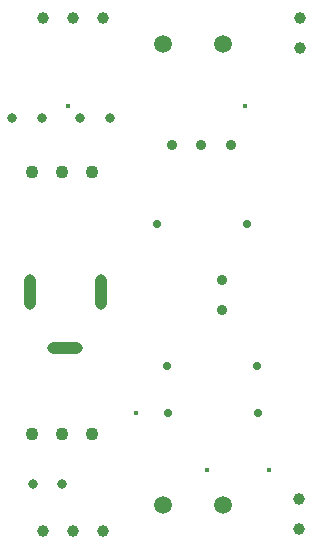
<source format=gbr>
%TF.GenerationSoftware,KiCad,Pcbnew,7.0.6-7.0.6~ubuntu22.10.1*%
%TF.CreationDate,2023-08-25T09:43:47+03:00*%
%TF.ProjectId,Power Supply Module,506f7765-7220-4537-9570-706c79204d6f,rev?*%
%TF.SameCoordinates,Original*%
%TF.FileFunction,Plated,1,2,PTH,Mixed*%
%TF.FilePolarity,Positive*%
%FSLAX46Y46*%
G04 Gerber Fmt 4.6, Leading zero omitted, Abs format (unit mm)*
G04 Created by KiCad (PCBNEW 7.0.6-7.0.6~ubuntu22.10.1) date 2023-08-25 09:43:47*
%MOMM*%
%LPD*%
G01*
G04 APERTURE LIST*
%TA.AperFunction,ViaDrill*%
%ADD10C,0.400000*%
%TD*%
%TA.AperFunction,ComponentDrill*%
%ADD11C,0.700000*%
%TD*%
%TA.AperFunction,ComponentDrill*%
%ADD12C,0.800000*%
%TD*%
%TA.AperFunction,ComponentDrill*%
%ADD13C,0.900000*%
%TD*%
G04 aperture for slot hole*
%TA.AperFunction,ComponentDrill*%
%ADD14O,1.000000X3.000000*%
%TD*%
%TA.AperFunction,ComponentDrill*%
%ADD15C,1.000000*%
%TD*%
G04 aperture for slot hole*
%TA.AperFunction,ComponentDrill*%
%ADD16O,3.000000X1.000000*%
%TD*%
%TA.AperFunction,ComponentDrill*%
%ADD17C,1.100000*%
%TD*%
%TA.AperFunction,ComponentDrill*%
%ADD18C,1.520000*%
%TD*%
G04 APERTURE END LIST*
D10*
X177500000Y-69250000D03*
X183250000Y-95250000D03*
X189250000Y-100000000D03*
X192500000Y-69250000D03*
X194500000Y-100000000D03*
D11*
%TO.C,R1*%
X185000000Y-79250000D03*
%TO.C,R3*%
X185880000Y-91250000D03*
%TO.C,R2*%
X185940000Y-95250000D03*
%TO.C,R1*%
X192620000Y-79250000D03*
%TO.C,R3*%
X193500000Y-91250000D03*
%TO.C,R2*%
X193560000Y-95250000D03*
D12*
%TO.C,C3*%
X172750000Y-70250000D03*
%TO.C,C2*%
X174500000Y-101200000D03*
%TO.C,C3*%
X175250000Y-70250000D03*
%TO.C,C2*%
X177000000Y-101200000D03*
%TO.C,C1*%
X178500000Y-70250000D03*
X181000000Y-70250000D03*
D13*
%TO.C,S1*%
X186250000Y-72500000D03*
X188750000Y-72500000D03*
%TO.C,D1*%
X190500000Y-83985000D03*
X190500000Y-86525000D03*
%TO.C,S1*%
X191250000Y-72500000D03*
D14*
%TO.C,J1*%
X174250000Y-85000000D03*
D15*
%TO.C,J3*%
X175400000Y-61800000D03*
%TO.C,J7*%
X175400000Y-105200000D03*
D16*
%TO.C,J1*%
X177250000Y-89700000D03*
D15*
%TO.C,J3*%
X177940000Y-61800000D03*
%TO.C,J7*%
X177940000Y-105200000D03*
D14*
%TO.C,J1*%
X180250000Y-85000000D03*
D15*
%TO.C,J3*%
X180480000Y-61800000D03*
%TO.C,J7*%
X180480000Y-105200000D03*
%TO.C,J4*%
X197000000Y-102525000D03*
X197000000Y-105065000D03*
%TO.C,J6*%
X197100000Y-61800000D03*
X197100000Y-64340000D03*
D17*
%TO.C,U2*%
X174460000Y-74805000D03*
%TO.C,U1*%
X174460000Y-97000000D03*
%TO.C,U2*%
X177000000Y-74805000D03*
%TO.C,U1*%
X177000000Y-97000000D03*
%TO.C,U2*%
X179540000Y-74805000D03*
%TO.C,U1*%
X179540000Y-97000000D03*
D18*
%TO.C,J2*%
X185560000Y-64000000D03*
%TO.C,J5*%
X185560000Y-103000000D03*
%TO.C,J2*%
X190640000Y-64000000D03*
%TO.C,J5*%
X190640000Y-103000000D03*
M02*

</source>
